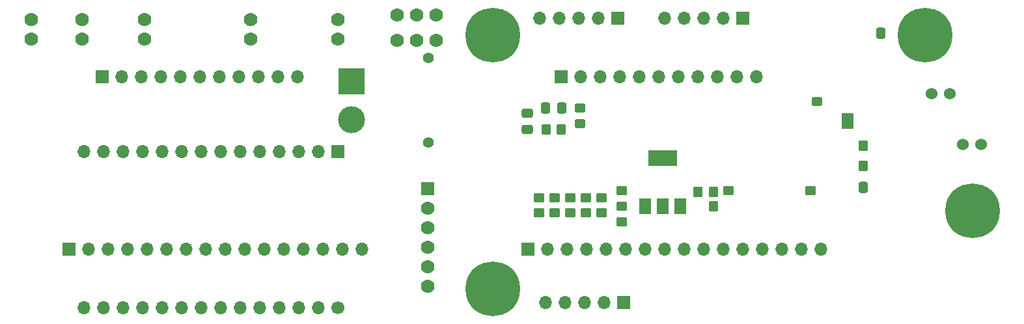
<source format=gbr>
%TF.GenerationSoftware,KiCad,Pcbnew,8.0.1*%
%TF.CreationDate,2025-04-21T12:55:39-06:00*%
%TF.ProjectId,Project,50726f6a-6563-4742-9e6b-696361645f70,A*%
%TF.SameCoordinates,Original*%
%TF.FileFunction,Soldermask,Bot*%
%TF.FilePolarity,Negative*%
%FSLAX46Y46*%
G04 Gerber Fmt 4.6, Leading zero omitted, Abs format (unit mm)*
G04 Created by KiCad (PCBNEW 8.0.1) date 2025-04-21 12:55:39*
%MOMM*%
%LPD*%
G01*
G04 APERTURE LIST*
G04 Aperture macros list*
%AMRoundRect*
0 Rectangle with rounded corners*
0 $1 Rounding radius*
0 $2 $3 $4 $5 $6 $7 $8 $9 X,Y pos of 4 corners*
0 Add a 4 corners polygon primitive as box body*
4,1,4,$2,$3,$4,$5,$6,$7,$8,$9,$2,$3,0*
0 Add four circle primitives for the rounded corners*
1,1,$1+$1,$2,$3*
1,1,$1+$1,$4,$5*
1,1,$1+$1,$6,$7*
1,1,$1+$1,$8,$9*
0 Add four rect primitives between the rounded corners*
20,1,$1+$1,$2,$3,$4,$5,0*
20,1,$1+$1,$4,$5,$6,$7,0*
20,1,$1+$1,$6,$7,$8,$9,0*
20,1,$1+$1,$8,$9,$2,$3,0*%
G04 Aperture macros list end*
%ADD10R,1.700000X1.700000*%
%ADD11O,1.700000X1.700000*%
%ADD12RoundRect,0.250000X-0.337500X-0.475000X0.337500X-0.475000X0.337500X0.475000X-0.337500X0.475000X0*%
%ADD13RoundRect,0.250000X-0.350000X-0.450000X0.350000X-0.450000X0.350000X0.450000X-0.350000X0.450000X0*%
%ADD14C,1.700000*%
%ADD15C,1.778000*%
%ADD16RoundRect,0.250000X0.337500X0.475000X-0.337500X0.475000X-0.337500X-0.475000X0.337500X-0.475000X0*%
%ADD17RoundRect,0.250000X0.450000X-0.325000X0.450000X0.325000X-0.450000X0.325000X-0.450000X-0.325000X0*%
%ADD18C,1.524000*%
%ADD19RoundRect,0.250000X0.450000X-0.350000X0.450000X0.350000X-0.450000X0.350000X-0.450000X-0.350000X0*%
%ADD20C,7.112000*%
%ADD21R,1.778000X1.778000*%
%ADD22C,1.400000*%
%ADD23R,3.500000X3.500000*%
%ADD24C,3.500000*%
%ADD25R,1.500000X2.000000*%
%ADD26R,3.800000X2.000000*%
%ADD27RoundRect,0.250000X-0.450000X0.350000X-0.450000X-0.350000X0.450000X-0.350000X0.450000X0.350000X0*%
%ADD28RoundRect,0.250000X-0.475000X0.337500X-0.475000X-0.337500X0.475000X-0.337500X0.475000X0.337500X0*%
%ADD29RoundRect,0.250000X0.350000X0.450000X-0.350000X0.450000X-0.350000X-0.450000X0.350000X-0.450000X0*%
G04 APERTURE END LIST*
D10*
%TO.C,J2*%
X146730300Y-49560100D03*
D11*
X144190300Y-49560100D03*
X141650300Y-49560100D03*
X139110300Y-49560100D03*
X136570300Y-49560100D03*
%TD*%
D12*
%TO.C,C4*%
X180926200Y-51559200D03*
%TD*%
D13*
%TO.C,R13*%
X159160300Y-74071100D03*
%TD*%
D10*
%TO.C,U3*%
X110314200Y-66926200D03*
D11*
X107774200Y-66926200D03*
X105234200Y-66926200D03*
X102694200Y-66926200D03*
X100154200Y-66926200D03*
X97614200Y-66926200D03*
X95074200Y-66926200D03*
X92534200Y-66926200D03*
X89994200Y-66926200D03*
X87454200Y-66926200D03*
X84914200Y-66926200D03*
X82374200Y-66926200D03*
X79834200Y-66926200D03*
X77294200Y-66926200D03*
X77294200Y-87246200D03*
X79834200Y-87246200D03*
X82374200Y-87246200D03*
X84914200Y-87246200D03*
X87454200Y-87246200D03*
X89994200Y-87246200D03*
X92534200Y-87246200D03*
X95074200Y-87246200D03*
X97614200Y-87246200D03*
X100154200Y-87246200D03*
X102694200Y-87246200D03*
X105234200Y-87246200D03*
X107774200Y-87246200D03*
D14*
X110314200Y-87246200D03*
%TD*%
D10*
%TO.C,J4*%
X139397200Y-57198000D03*
D11*
X141937200Y-57198000D03*
X144477200Y-57198000D03*
X147017200Y-57198000D03*
X149557200Y-57198000D03*
X152097200Y-57198000D03*
X154637200Y-57198000D03*
X157177200Y-57198000D03*
X159717200Y-57198000D03*
X162257200Y-57198000D03*
X164797200Y-57198000D03*
%TD*%
D10*
%TO.C,J1*%
X147525200Y-86611200D03*
D11*
X144985200Y-86611200D03*
X142445200Y-86611200D03*
X139905200Y-86611200D03*
X137365200Y-86611200D03*
%TD*%
D10*
%TO.C,J3*%
X162986300Y-49560100D03*
D11*
X160446300Y-49560100D03*
X157906300Y-49560100D03*
X155366300Y-49560100D03*
X152826300Y-49560100D03*
%TD*%
D15*
%TO.C,LD1*%
X70436200Y-49781200D03*
X70436200Y-52321200D03*
%TD*%
D10*
%TO.C,J5*%
X135046300Y-79659100D03*
D11*
X137586300Y-79659100D03*
X140126300Y-79659100D03*
X142666300Y-79659100D03*
X145206300Y-79659100D03*
X147746300Y-79659100D03*
X150286300Y-79659100D03*
X152826300Y-79659100D03*
X155366300Y-79659100D03*
X157906300Y-79659100D03*
X160446300Y-79659100D03*
X162986300Y-79659100D03*
X165526300Y-79659100D03*
X168066300Y-79659100D03*
X170606300Y-79659100D03*
X173146300Y-79659100D03*
%TD*%
D16*
%TO.C,C2*%
X178640200Y-71625200D03*
%TD*%
D17*
%TO.C,D2*%
X172671200Y-60458200D03*
%TD*%
D15*
%TO.C,SW2*%
X99011200Y-49781200D03*
X99011200Y-52321200D03*
%TD*%
D10*
%TO.C,J7*%
X75313800Y-79659100D03*
D11*
X77853800Y-79659100D03*
X80393800Y-79659100D03*
X82933800Y-79659100D03*
X85473800Y-79659100D03*
X88013800Y-79659100D03*
X90553800Y-79659100D03*
X93093800Y-79659100D03*
X95633800Y-79659100D03*
X98173800Y-79659100D03*
X100713800Y-79659100D03*
X103253800Y-79659100D03*
X105793800Y-79659100D03*
X108333800Y-79659100D03*
X110873800Y-79659100D03*
X113413800Y-79659100D03*
%TD*%
D15*
%TO.C,SW3*%
X118061200Y-52448200D03*
X118061200Y-49197000D03*
X120601200Y-52448200D03*
X120601200Y-49197000D03*
X123141200Y-52448200D03*
X123141200Y-49197000D03*
%TD*%
D18*
%TO.C,C3*%
X187530200Y-59433200D03*
X189943200Y-59433200D03*
%TD*%
D19*
%TO.C,R10*%
X147238300Y-72038200D03*
%TD*%
D20*
%TO.C,*%
X130507200Y-84833200D03*
%TD*%
D13*
%TO.C,R1*%
X178656200Y-68831200D03*
%TD*%
%TO.C,R2*%
X178656200Y-66164200D03*
%TD*%
D21*
%TO.C,SW4*%
X121998200Y-71752200D03*
D15*
X121998200Y-74292200D03*
X121998200Y-76832200D03*
X121998200Y-79372200D03*
X121998200Y-81912200D03*
X121998200Y-84452200D03*
%TD*%
D20*
%TO.C,*%
X130507200Y-51813200D03*
%TD*%
D15*
%TO.C,SW1*%
X110314200Y-52321200D03*
X110314200Y-49781200D03*
%TD*%
%TO.C,LD2*%
X77040200Y-49781200D03*
X77040200Y-52321200D03*
%TD*%
%TO.C,S1*%
X85168200Y-52321200D03*
X85168200Y-49781200D03*
%TD*%
D20*
%TO.C,*%
X186680000Y-51840000D03*
%TD*%
D19*
%TO.C,R14*%
X171756800Y-72063600D03*
%TD*%
D22*
%TO.C,BT1*%
X122125200Y-54783200D03*
X122125200Y-65783200D03*
D23*
X112125200Y-57783200D03*
D24*
X112125200Y-62783200D03*
%TD*%
D10*
%TO.C,J6*%
X79664700Y-57198000D03*
D11*
X82204700Y-57198000D03*
X84744700Y-57198000D03*
X87284700Y-57198000D03*
X89824700Y-57198000D03*
X92364700Y-57198000D03*
X94904700Y-57198000D03*
X97444700Y-57198000D03*
X99984700Y-57198000D03*
X102524700Y-57198000D03*
X105064700Y-57198000D03*
%TD*%
D19*
%TO.C,R11*%
X161114200Y-72038200D03*
%TD*%
D18*
%TO.C,C1*%
X191594200Y-66037200D03*
X194007200Y-66037200D03*
%TD*%
D25*
%TO.C,U1*%
X176580200Y-62989200D03*
%TD*%
D20*
%TO.C,REF\u002A\u002A*%
X192864200Y-74673200D03*
%TD*%
D25*
%TO.C,Q1*%
X154872300Y-74071100D03*
X152572300Y-74071100D03*
D26*
X152572300Y-67771100D03*
D25*
X150272300Y-74071100D03*
%TD*%
D16*
%TO.C,C5*%
X139414800Y-61271000D03*
X137339800Y-61271000D03*
%TD*%
D17*
%TO.C,D4*%
X141784800Y-63303000D03*
X141784800Y-61253000D03*
%TD*%
D27*
%TO.C,R12*%
X147238300Y-74087100D03*
X147238300Y-76087100D03*
%TD*%
D28*
%TO.C,C6*%
X134926800Y-61990000D03*
X134926800Y-64065000D03*
%TD*%
D13*
%TO.C,R9*%
X157144300Y-72166100D03*
X159144300Y-72166100D03*
%TD*%
D19*
%TO.C,R7*%
X142572200Y-74927200D03*
X142572200Y-72927200D03*
%TD*%
%TO.C,R5*%
X138508200Y-74927200D03*
X138508200Y-72927200D03*
%TD*%
%TO.C,R6*%
X140540200Y-74927200D03*
X140540200Y-72927200D03*
%TD*%
D29*
%TO.C,R3*%
X139371800Y-64065000D03*
X137371800Y-64065000D03*
%TD*%
D19*
%TO.C,R8*%
X144604200Y-74927200D03*
X144604200Y-72927200D03*
%TD*%
%TO.C,R4*%
X136476200Y-74927200D03*
X136476200Y-72927200D03*
%TD*%
M02*

</source>
